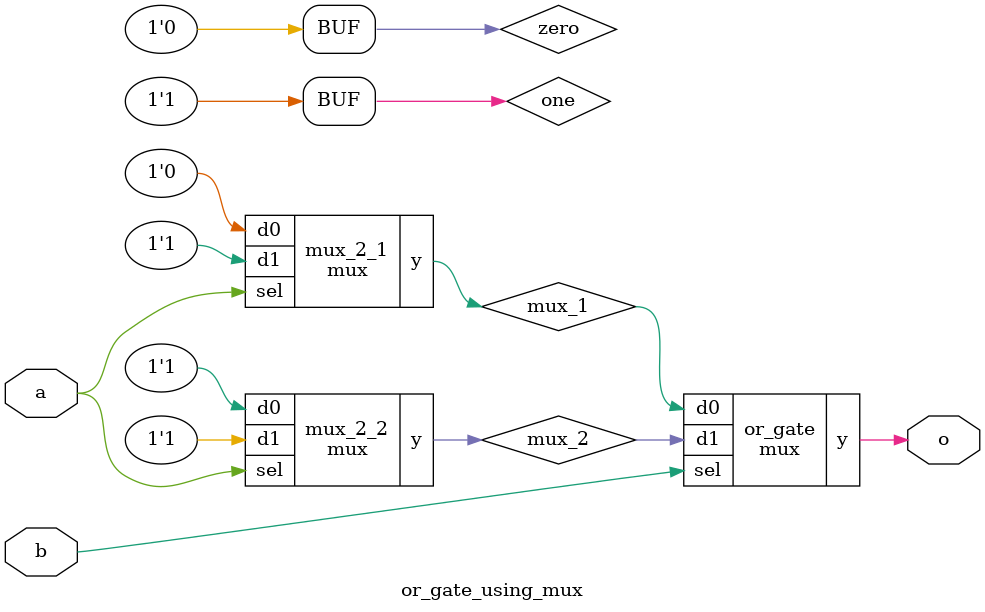
<source format=sv>

module mux
(
  input  d0, d1,
  input  sel,
  output y
);

  assign y = sel ? d1 : d0;

endmodule

//----------------------------------------------------------------------------
// Task
//----------------------------------------------------------------------------

module or_gate_using_mux
(
    input  a,
    input  b,
    output o
);
  
  logic mux_1, mux_2;
  wire one = 1;
  wire zero = 0;
  
  mux mux_2_1 (zero, one, a, mux_1);
  mux mux_2_2 (one, one, a, mux_2);
  mux or_gate (mux_1, mux_2, b, o);
  
endmodule

</source>
